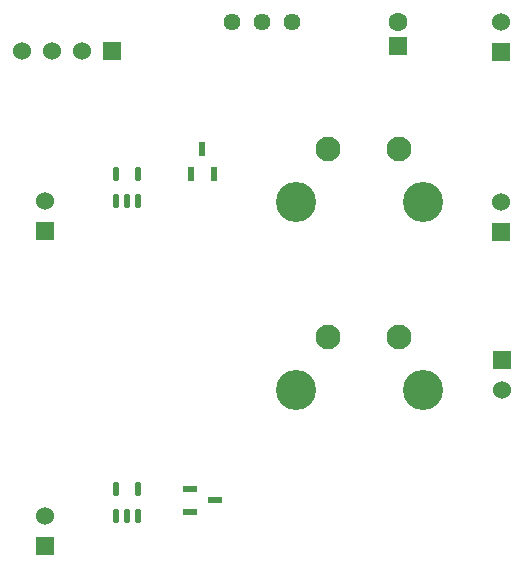
<source format=gbr>
%TF.GenerationSoftware,KiCad,Pcbnew,9.0.2*%
%TF.CreationDate,2025-09-01T16:12:15+02:00*%
%TF.ProjectId,remplacement,72656d70-6c61-4636-956d-656e742e6b69,rev?*%
%TF.SameCoordinates,Original*%
%TF.FileFunction,Soldermask,Top*%
%TF.FilePolarity,Negative*%
%FSLAX46Y46*%
G04 Gerber Fmt 4.6, Leading zero omitted, Abs format (unit mm)*
G04 Created by KiCad (PCBNEW 9.0.2) date 2025-09-01 16:12:15*
%MOMM*%
%LPD*%
G01*
G04 APERTURE LIST*
G04 Aperture macros list*
%AMRoundRect*
0 Rectangle with rounded corners*
0 $1 Rounding radius*
0 $2 $3 $4 $5 $6 $7 $8 $9 X,Y pos of 4 corners*
0 Add a 4 corners polygon primitive as box body*
4,1,4,$2,$3,$4,$5,$6,$7,$8,$9,$2,$3,0*
0 Add four circle primitives for the rounded corners*
1,1,$1+$1,$2,$3*
1,1,$1+$1,$4,$5*
1,1,$1+$1,$6,$7*
1,1,$1+$1,$8,$9*
0 Add four rect primitives between the rounded corners*
20,1,$1+$1,$2,$3,$4,$5,0*
20,1,$1+$1,$4,$5,$6,$7,0*
20,1,$1+$1,$6,$7,$8,$9,0*
20,1,$1+$1,$8,$9,$2,$3,0*%
G04 Aperture macros list end*
%ADD10RoundRect,0.122500X-0.122500X-0.457500X0.122500X-0.457500X0.122500X0.457500X-0.122500X0.457500X0*%
%ADD11RoundRect,0.122500X-0.122500X-0.467500X0.122500X-0.467500X0.122500X0.467500X-0.122500X0.467500X0*%
%ADD12R,0.600000X1.300000*%
%ADD13C,2.100000*%
%ADD14C,3.400000*%
%ADD15C,1.530000*%
%ADD16R,1.530000X1.530000*%
%ADD17C,1.440000*%
%ADD18R,1.300000X0.600000*%
%ADD19RoundRect,0.250000X0.550000X-0.550000X0.550000X0.550000X-0.550000X0.550000X-0.550000X-0.550000X0*%
%ADD20C,1.600000*%
G04 APERTURE END LIST*
D10*
%TO.C,U2*%
X162750000Y-113200000D03*
X163700000Y-113200000D03*
X164650000Y-113200000D03*
D11*
X164650000Y-110900000D03*
X162750000Y-110900000D03*
%TD*%
%TO.C,U3*%
X162750000Y-84200000D03*
X164650000Y-84200000D03*
D10*
X164650000Y-86500000D03*
X163700000Y-86500000D03*
X162750000Y-86500000D03*
%TD*%
D12*
%TO.C,Q6*%
X170100000Y-82100000D03*
X171050000Y-84200000D03*
X169150000Y-84200000D03*
%TD*%
D13*
%TO.C,K1*%
X180750500Y-98008500D03*
D14*
X178050500Y-102508500D03*
X188750500Y-102508500D03*
D13*
X186750500Y-98008500D03*
%TD*%
%TO.C,K3*%
X180750500Y-82100000D03*
D14*
X178050500Y-86600000D03*
X188750500Y-86600000D03*
D13*
X186750500Y-82100000D03*
%TD*%
D15*
%TO.C,J3*%
X195350000Y-86600000D03*
D16*
X195350000Y-89140000D03*
%TD*%
D15*
%TO.C,J5*%
X156800000Y-86500000D03*
D16*
X156800000Y-89040000D03*
%TD*%
D17*
%TO.C,U1*%
X172574051Y-71381458D03*
X175114051Y-71381458D03*
X177654051Y-71381458D03*
%TD*%
D15*
%TO.C,J1*%
X195350000Y-71381458D03*
D16*
X195350000Y-73921458D03*
%TD*%
D18*
%TO.C,Q5*%
X169050000Y-110900000D03*
X169050000Y-112800000D03*
X171150000Y-111850000D03*
%TD*%
D16*
%TO.C,J7*%
X162404291Y-73775000D03*
D15*
X159864291Y-73775000D03*
X157324291Y-73775000D03*
X154784291Y-73775000D03*
%TD*%
D16*
%TO.C,J4*%
X156800000Y-115740000D03*
D15*
X156800000Y-113200000D03*
%TD*%
D16*
%TO.C,J2*%
X195500000Y-99968500D03*
D15*
X195500000Y-102508500D03*
%TD*%
D19*
%TO.C,C1*%
X186700000Y-73381458D03*
D20*
X186700000Y-71381458D03*
%TD*%
M02*

</source>
